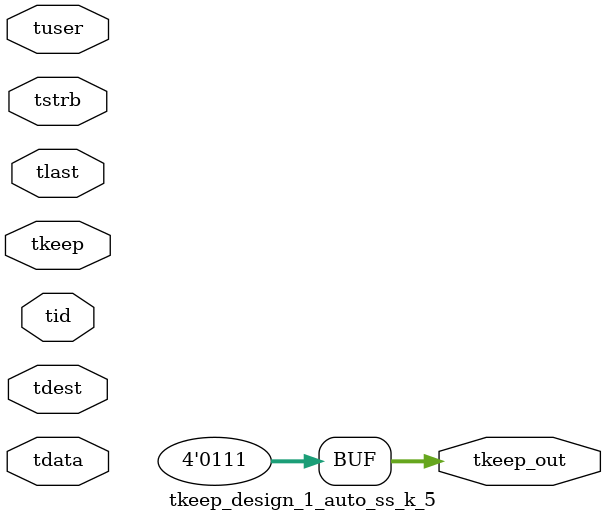
<source format=v>


`timescale 1ps/1ps

module tkeep_design_1_auto_ss_k_5 #
(
parameter C_S_AXIS_TDATA_WIDTH = 32,
parameter C_S_AXIS_TUSER_WIDTH = 0,
parameter C_S_AXIS_TID_WIDTH   = 0,
parameter C_S_AXIS_TDEST_WIDTH = 0,
parameter C_M_AXIS_TDATA_WIDTH = 32
)
(
input  [(C_S_AXIS_TDATA_WIDTH == 0 ? 1 : C_S_AXIS_TDATA_WIDTH)-1:0     ] tdata,
input  [(C_S_AXIS_TUSER_WIDTH == 0 ? 1 : C_S_AXIS_TUSER_WIDTH)-1:0     ] tuser,
input  [(C_S_AXIS_TID_WIDTH   == 0 ? 1 : C_S_AXIS_TID_WIDTH)-1:0       ] tid,
input  [(C_S_AXIS_TDEST_WIDTH == 0 ? 1 : C_S_AXIS_TDEST_WIDTH)-1:0     ] tdest,
input  [(C_S_AXIS_TDATA_WIDTH/8)-1:0 ] tkeep,
input  [(C_S_AXIS_TDATA_WIDTH/8)-1:0 ] tstrb,
input                                                                    tlast,
output [(C_M_AXIS_TDATA_WIDTH/8)-1:0 ] tkeep_out
);

assign tkeep_out = {3'b111};

endmodule


</source>
